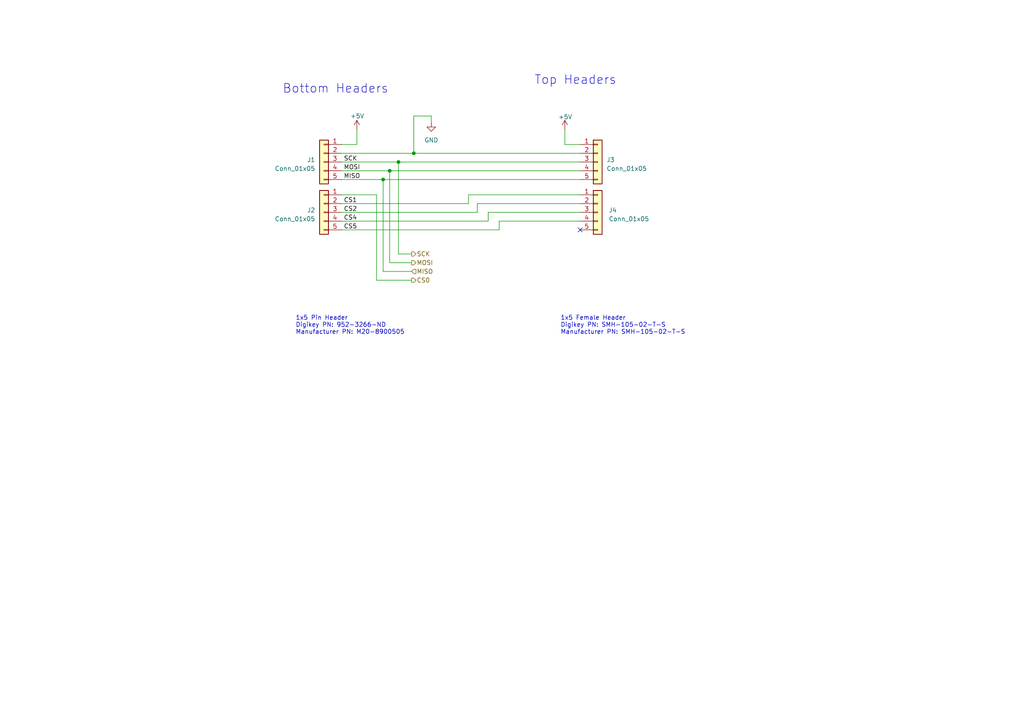
<source format=kicad_sch>
(kicad_sch (version 20230121) (generator eeschema)
  (paper "A4")
  (lib_symbols
    (symbol "Connector_Generic:Conn_01x05" (pin_names (offset 1.016) hide)
      (property "Reference" "J" (at 0 7.62 0))
      (property "Value" "Conn_01x05" (at 0 -7.62 0))
      (symbol "Conn_01x05_1_1"
        (rectangle (start -1.27 -4.953) (end 0 -5.207) (stroke (width 0.1524)))
        (rectangle (start -1.27 -2.413) (end 0 -2.667) (stroke (width 0.1524)))
        (rectangle (start -1.27 0.127) (end 0 -0.127) (stroke (width 0.1524)))
        (rectangle (start -1.27 2.667) (end 0 2.413) (stroke (width 0.1524)))
        (rectangle (start -1.27 5.207) (end 0 4.953) (stroke (width 0.1524)))
        (rectangle (start -1.27 6.35) (end 1.27 -6.35) (stroke (width 0.254)) (fill (type background)))
        (pin passive line (at -5.08 5.08 0) (length 3.81) (name "Pin_1") (number "1"))
        (pin passive line (at -5.08 2.54 0) (length 3.81) (name "Pin_2") (number "2"))
        (pin passive line (at -5.08 0 0) (length 3.81) (name "Pin_3") (number "3"))
        (pin passive line (at -5.08 -2.54 0) (length 3.81) (name "Pin_4") (number "4"))
        (pin passive line (at -5.08 -5.08 0) (length 3.81) (name "Pin_5") (number "5"))
      )
    )
    (symbol "power:+5V" (power) (pin_names (offset 0))
      (property "Value" "+5V" (at 0 3.556 0))
      (symbol "+5V_0_1"
        (polyline (pts (xy -0.762 1.27) (xy 0 2.54)))
        (polyline (pts (xy 0 0) (xy 0 2.54)))
        (polyline (pts (xy 0 2.54) (xy 0.762 1.27)))
      )
      (symbol "+5V_1_1"
        (pin power_in line (at 0 0 90) (length 0) hide (name "+5V") (number "1"))
      )
    )
    (symbol "power:GND" (power) (pin_names (offset 0))
      (property "Value" "GND" (at 0 -3.81 0))
      (symbol "GND_0_1"
        (polyline (pts (xy 0 0) (xy 0 -1.27) (xy 1.27 -1.27) (xy 0 -2.54) (xy -1.27 -1.27) (xy 0 -1.27)))
      )
      (symbol "GND_1_1"
        (pin power_in line (at 0 0 270) (length 0) hide (name "GND") (number "1"))
      )
    )
  )
  (junction (at 115.57 46.99))
  (junction (at 111.125 52.07))
  (junction (at 113.03 49.53))
  (junction (at 120.015 44.45))
  (no_connect (at 168.275 66.675))
  (wire (pts (xy 113.03 49.53) (xy 168.275 49.53)))
  (wire (pts (xy 168.275 41.91) (xy 163.83 41.91)))
  (wire (pts (xy 115.57 73.66) (xy 119.38 73.66)))
  (wire (pts (xy 138.43 61.595) (xy 138.43 59.055)))
  (wire (pts (xy 144.78 66.675) (xy 144.78 64.135)))
  (wire (pts (xy 99.06 61.595) (xy 138.43 61.595)))
  (wire (pts (xy 138.43 59.055) (xy 168.275 59.055)))
  (wire (pts (xy 144.78 64.135) (xy 168.275 64.135)))
  (wire (pts (xy 109.22 56.515) (xy 99.06 56.515)))
  (wire (pts (xy 103.505 37.465) (xy 103.505 41.91)))
  (wire (pts (xy 141.605 61.595) (xy 168.275 61.595)))
  (wire (pts (xy 111.125 78.74) (xy 119.38 78.74)))
  (wire (pts (xy 99.06 52.07) (xy 111.125 52.07)))
  (wire (pts (xy 141.605 64.135) (xy 141.605 61.595)))
  (wire (pts (xy 163.83 37.465) (xy 163.83 41.91)))
  (wire (pts (xy 125.095 33.655) (xy 125.095 35.56)))
  (wire (pts (xy 99.06 66.675) (xy 144.78 66.675)))
  (wire (pts (xy 99.06 46.99) (xy 115.57 46.99)))
  (wire (pts (xy 115.57 46.99) (xy 115.57 73.66)))
  (wire (pts (xy 111.125 52.07) (xy 168.275 52.07)))
  (wire (pts (xy 99.06 44.45) (xy 120.015 44.45)))
  (wire (pts (xy 135.89 56.515) (xy 168.275 56.515)))
  (wire (pts (xy 120.015 44.45) (xy 120.015 33.655)))
  (wire (pts (xy 99.06 49.53) (xy 113.03 49.53)))
  (wire (pts (xy 111.125 52.07) (xy 111.125 78.74)))
  (wire (pts (xy 109.22 81.28) (xy 109.22 56.515)))
  (wire (pts (xy 99.06 64.135) (xy 141.605 64.135)))
  (wire (pts (xy 119.38 81.28) (xy 109.22 81.28)))
  (wire (pts (xy 120.015 44.45) (xy 168.275 44.45)))
  (wire (pts (xy 99.06 41.91) (xy 103.505 41.91)))
  (wire (pts (xy 113.03 76.2) (xy 119.38 76.2)))
  (wire (pts (xy 99.06 59.055) (xy 135.89 59.055)))
  (wire (pts (xy 113.03 49.53) (xy 113.03 76.2)))
  (wire (pts (xy 135.89 59.055) (xy 135.89 56.515)))
  (wire (pts (xy 120.015 33.655) (xy 125.095 33.655)))
  (wire (pts (xy 115.57 46.99) (xy 168.275 46.99)))
  (text "1x5 Female Header\nDigikey PN: SMH-105-02-T-S\nManufacturer PN: SMH-105-02-T-S" (at 162.56 97.155 0) (effects (font (size 1.27 1.27)) (justify left bottom)))
  (text "Bottom Headers" (at 81.915 27.305 0) (effects (font (size 2.54 2.54)) (justify left bottom)))
  (text "1x5 Pin Header\nDigikey PN: 952-3266-ND\nManufacturer PN: M20-8900505" (at 85.725 97.155 0) (effects (font (size 1.27 1.27)) (justify left bottom)))
  (text "Top Headers" (at 154.94 24.765 0) (effects (font (size 2.54 2.54)) (justify left bottom)))
  (label "CS2" (at 99.695 61.595 0))
  (label "MOSI" (at 99.695 49.53 0))
  (label "CS1" (at 99.695 59.055 0))
  (label "MISO" (at 99.695 52.07 0))
  (label "CS4" (at 99.695 64.135 0))
  (label "SCK" (at 99.695 46.99 0))
  (label "CS5" (at 99.695 66.675 0))
  (hierarchical_label "MISO" (shape input) (at 119.38 78.74 0))
  (hierarchical_label "CS0" (shape output) (at 119.38 81.28 0))
  (hierarchical_label "MOSI" (shape output) (at 119.38 76.2 0))
  (hierarchical_label "SCK" (shape output) (at 119.38 73.66 0))
  (symbol (lib_id "Connector_Generic:Conn_01x05") (at 93.98 61.595 0) (mirror y) (unit 1)
    (property "Reference" "J2" (at 91.44 60.96 0) (effects (justify left)))
    (property "Value" "Conn_01x05" (at 91.44 63.5 0) (effects (justify left)))
  )
  (symbol (lib_id "power:+5V") (at 163.83 37.465 0) (unit 1)
    (property "Reference" "#PWR068" (effects hide))
    (property "Value" "+5V" (at 163.957 33.909 0))
    (instances (project "panel" (path "" (reference "#PWR068") (unit 1)) (path "" (reference "#PWR067") (unit 1))))
  )
  (symbol (lib_id "Connector_Generic:Conn_01x05") (at 173.355 61.595 0) (unit 1)
    (property "Reference" "J4" (at 176.53 60.96 0) (effects (justify left)))
    (property "Value" "Conn_01x05" (at 176.53 63.5 0) (effects (justify left)))
  )
  (symbol (lib_id "Connector_Generic:Conn_01x05") (at 173.355 46.99 0) (unit 1)
    (property "Reference" "J3" (at 175.895 46.355 0) (effects (justify left)))
    (property "Value" "Conn_01x05" (at 175.895 48.895 0) (effects (justify left)))
  )
  (symbol (lib_id "power:GND") (at 125.095 35.56 0) (unit 1)
    (property "Reference" "#PWR067" (effects hide))
    (property "Value" "GND" (at 125.095 40.64 0))
    (instances (project "panel" (path "" (reference "#PWR067") (unit 1)) (path "" (reference "#PWR068") (unit 1))))
  )
  (symbol (lib_id "power:+5V") (at 103.505 37.465 0) (mirror y) (unit 1)
    (property "Reference" "#PWR055" (effects hide))
    (property "Value" "+5V" (at 103.632 33.655 0))
  )
  (symbol (lib_id "Connector_Generic:Conn_01x05") (at 93.98 46.99 0) (mirror y) (unit 1)
    (property "Reference" "J1" (at 91.44 46.355 0) (effects (justify left)))
    (property "Value" "Conn_01x05" (at 91.44 48.895 0) (effects (justify left)))
  )
)
</source>
